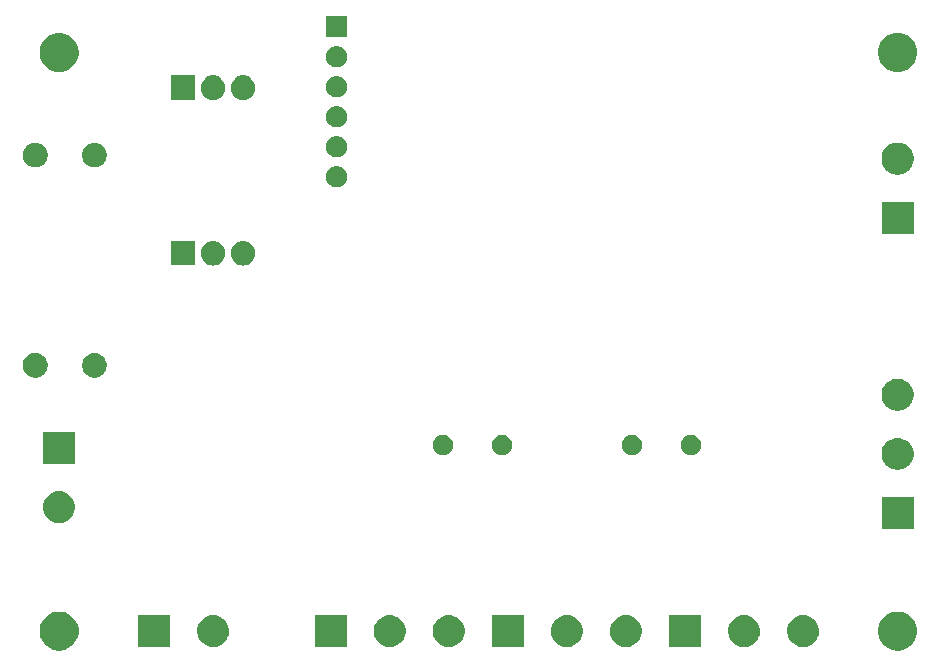
<source format=gbr>
G04 #@! TF.GenerationSoftware,KiCad,Pcbnew,(5.1.6)-1*
G04 #@! TF.CreationDate,2020-09-23T14:33:51-04:00*
G04 #@! TF.ProjectId,alarmbuddy,616c6172-6d62-4756-9464-792e6b696361,rev?*
G04 #@! TF.SameCoordinates,Original*
G04 #@! TF.FileFunction,Soldermask,Bot*
G04 #@! TF.FilePolarity,Negative*
%FSLAX46Y46*%
G04 Gerber Fmt 4.6, Leading zero omitted, Abs format (unit mm)*
G04 Created by KiCad (PCBNEW (5.1.6)-1) date 2020-09-23 14:33:51*
%MOMM*%
%LPD*%
G01*
G04 APERTURE LIST*
%ADD10C,0.100000*%
G04 APERTURE END LIST*
D10*
G36*
X101268900Y-82370346D02*
G01*
X101481521Y-82412639D01*
X101781947Y-82537080D01*
X102052324Y-82717740D01*
X102282260Y-82947676D01*
X102462920Y-83218053D01*
X102587361Y-83518479D01*
X102650800Y-83837410D01*
X102650800Y-84162590D01*
X102587361Y-84481521D01*
X102462920Y-84781947D01*
X102282260Y-85052324D01*
X102052324Y-85282260D01*
X101781947Y-85462920D01*
X101481521Y-85587361D01*
X101268900Y-85629654D01*
X101162591Y-85650800D01*
X100837409Y-85650800D01*
X100731100Y-85629654D01*
X100518479Y-85587361D01*
X100218053Y-85462920D01*
X99947676Y-85282260D01*
X99717740Y-85052324D01*
X99537080Y-84781947D01*
X99412639Y-84481521D01*
X99349200Y-84162590D01*
X99349200Y-83837410D01*
X99412639Y-83518479D01*
X99537080Y-83218053D01*
X99717740Y-82947676D01*
X99947676Y-82717740D01*
X100218053Y-82537080D01*
X100518479Y-82412639D01*
X100731100Y-82370346D01*
X100837409Y-82349200D01*
X101162591Y-82349200D01*
X101268900Y-82370346D01*
G37*
G36*
X30268900Y-82370346D02*
G01*
X30481521Y-82412639D01*
X30781947Y-82537080D01*
X31052324Y-82717740D01*
X31282260Y-82947676D01*
X31462920Y-83218053D01*
X31587361Y-83518479D01*
X31650800Y-83837410D01*
X31650800Y-84162590D01*
X31587361Y-84481521D01*
X31462920Y-84781947D01*
X31282260Y-85052324D01*
X31052324Y-85282260D01*
X30781947Y-85462920D01*
X30481521Y-85587361D01*
X30268900Y-85629654D01*
X30162591Y-85650800D01*
X29837409Y-85650800D01*
X29731100Y-85629654D01*
X29518479Y-85587361D01*
X29218053Y-85462920D01*
X28947676Y-85282260D01*
X28717740Y-85052324D01*
X28537080Y-84781947D01*
X28412639Y-84481521D01*
X28349200Y-84162590D01*
X28349200Y-83837410D01*
X28412639Y-83518479D01*
X28537080Y-83218053D01*
X28717740Y-82947676D01*
X28947676Y-82717740D01*
X29218053Y-82537080D01*
X29518479Y-82412639D01*
X29731100Y-82370346D01*
X29837409Y-82349200D01*
X30162591Y-82349200D01*
X30268900Y-82370346D01*
G37*
G36*
X43357023Y-82683807D02*
G01*
X43444014Y-82701110D01*
X43689844Y-82802937D01*
X43911085Y-82950765D01*
X44099235Y-83138915D01*
X44152113Y-83218053D01*
X44247064Y-83360158D01*
X44348890Y-83605987D01*
X44400800Y-83866956D01*
X44400800Y-84133044D01*
X44366193Y-84307023D01*
X44348890Y-84394014D01*
X44247063Y-84639844D01*
X44099235Y-84861085D01*
X43911085Y-85049235D01*
X43689844Y-85197063D01*
X43444014Y-85298890D01*
X43357023Y-85316193D01*
X43183044Y-85350800D01*
X42916956Y-85350800D01*
X42742977Y-85316193D01*
X42655986Y-85298890D01*
X42410156Y-85197063D01*
X42188915Y-85049235D01*
X42000765Y-84861085D01*
X41852937Y-84639844D01*
X41751110Y-84394014D01*
X41733807Y-84307023D01*
X41699200Y-84133044D01*
X41699200Y-83866956D01*
X41751110Y-83605987D01*
X41852936Y-83360158D01*
X41947887Y-83218053D01*
X42000765Y-83138915D01*
X42188915Y-82950765D01*
X42410156Y-82802937D01*
X42655986Y-82701110D01*
X42742977Y-82683807D01*
X42916956Y-82649200D01*
X43183044Y-82649200D01*
X43357023Y-82683807D01*
G37*
G36*
X58307023Y-82683807D02*
G01*
X58394014Y-82701110D01*
X58639844Y-82802937D01*
X58861085Y-82950765D01*
X59049235Y-83138915D01*
X59102113Y-83218053D01*
X59197064Y-83360158D01*
X59298890Y-83605987D01*
X59350800Y-83866956D01*
X59350800Y-84133044D01*
X59316193Y-84307023D01*
X59298890Y-84394014D01*
X59197063Y-84639844D01*
X59049235Y-84861085D01*
X58861085Y-85049235D01*
X58639844Y-85197063D01*
X58394014Y-85298890D01*
X58307023Y-85316193D01*
X58133044Y-85350800D01*
X57866956Y-85350800D01*
X57692977Y-85316193D01*
X57605986Y-85298890D01*
X57360156Y-85197063D01*
X57138915Y-85049235D01*
X56950765Y-84861085D01*
X56802937Y-84639844D01*
X56701110Y-84394014D01*
X56683807Y-84307023D01*
X56649200Y-84133044D01*
X56649200Y-83866956D01*
X56701110Y-83605987D01*
X56802936Y-83360158D01*
X56897887Y-83218053D01*
X56950765Y-83138915D01*
X57138915Y-82950765D01*
X57360156Y-82802937D01*
X57605986Y-82701110D01*
X57692977Y-82683807D01*
X57866956Y-82649200D01*
X58133044Y-82649200D01*
X58307023Y-82683807D01*
G37*
G36*
X63307023Y-82683807D02*
G01*
X63394014Y-82701110D01*
X63639844Y-82802937D01*
X63861085Y-82950765D01*
X64049235Y-83138915D01*
X64102113Y-83218053D01*
X64197064Y-83360158D01*
X64298890Y-83605987D01*
X64350800Y-83866956D01*
X64350800Y-84133044D01*
X64316193Y-84307023D01*
X64298890Y-84394014D01*
X64197063Y-84639844D01*
X64049235Y-84861085D01*
X63861085Y-85049235D01*
X63639844Y-85197063D01*
X63394014Y-85298890D01*
X63307023Y-85316193D01*
X63133044Y-85350800D01*
X62866956Y-85350800D01*
X62692977Y-85316193D01*
X62605986Y-85298890D01*
X62360156Y-85197063D01*
X62138915Y-85049235D01*
X61950765Y-84861085D01*
X61802937Y-84639844D01*
X61701110Y-84394014D01*
X61683807Y-84307023D01*
X61649200Y-84133044D01*
X61649200Y-83866956D01*
X61701110Y-83605987D01*
X61802936Y-83360158D01*
X61897887Y-83218053D01*
X61950765Y-83138915D01*
X62138915Y-82950765D01*
X62360156Y-82802937D01*
X62605986Y-82701110D01*
X62692977Y-82683807D01*
X62866956Y-82649200D01*
X63133044Y-82649200D01*
X63307023Y-82683807D01*
G37*
G36*
X69350800Y-85350800D02*
G01*
X66649200Y-85350800D01*
X66649200Y-82649200D01*
X69350800Y-82649200D01*
X69350800Y-85350800D01*
G37*
G36*
X73307023Y-82683807D02*
G01*
X73394014Y-82701110D01*
X73639844Y-82802937D01*
X73861085Y-82950765D01*
X74049235Y-83138915D01*
X74102113Y-83218053D01*
X74197064Y-83360158D01*
X74298890Y-83605987D01*
X74350800Y-83866956D01*
X74350800Y-84133044D01*
X74316193Y-84307023D01*
X74298890Y-84394014D01*
X74197063Y-84639844D01*
X74049235Y-84861085D01*
X73861085Y-85049235D01*
X73639844Y-85197063D01*
X73394014Y-85298890D01*
X73307023Y-85316193D01*
X73133044Y-85350800D01*
X72866956Y-85350800D01*
X72692977Y-85316193D01*
X72605986Y-85298890D01*
X72360156Y-85197063D01*
X72138915Y-85049235D01*
X71950765Y-84861085D01*
X71802937Y-84639844D01*
X71701110Y-84394014D01*
X71683807Y-84307023D01*
X71649200Y-84133044D01*
X71649200Y-83866956D01*
X71701110Y-83605987D01*
X71802936Y-83360158D01*
X71897887Y-83218053D01*
X71950765Y-83138915D01*
X72138915Y-82950765D01*
X72360156Y-82802937D01*
X72605986Y-82701110D01*
X72692977Y-82683807D01*
X72866956Y-82649200D01*
X73133044Y-82649200D01*
X73307023Y-82683807D01*
G37*
G36*
X78307023Y-82683807D02*
G01*
X78394014Y-82701110D01*
X78639844Y-82802937D01*
X78861085Y-82950765D01*
X79049235Y-83138915D01*
X79102113Y-83218053D01*
X79197064Y-83360158D01*
X79298890Y-83605987D01*
X79350800Y-83866956D01*
X79350800Y-84133044D01*
X79316193Y-84307023D01*
X79298890Y-84394014D01*
X79197063Y-84639844D01*
X79049235Y-84861085D01*
X78861085Y-85049235D01*
X78639844Y-85197063D01*
X78394014Y-85298890D01*
X78307023Y-85316193D01*
X78133044Y-85350800D01*
X77866956Y-85350800D01*
X77692977Y-85316193D01*
X77605986Y-85298890D01*
X77360156Y-85197063D01*
X77138915Y-85049235D01*
X76950765Y-84861085D01*
X76802937Y-84639844D01*
X76701110Y-84394014D01*
X76683807Y-84307023D01*
X76649200Y-84133044D01*
X76649200Y-83866956D01*
X76701110Y-83605987D01*
X76802936Y-83360158D01*
X76897887Y-83218053D01*
X76950765Y-83138915D01*
X77138915Y-82950765D01*
X77360156Y-82802937D01*
X77605986Y-82701110D01*
X77692977Y-82683807D01*
X77866956Y-82649200D01*
X78133044Y-82649200D01*
X78307023Y-82683807D01*
G37*
G36*
X84350800Y-85350800D02*
G01*
X81649200Y-85350800D01*
X81649200Y-82649200D01*
X84350800Y-82649200D01*
X84350800Y-85350800D01*
G37*
G36*
X88307023Y-82683807D02*
G01*
X88394014Y-82701110D01*
X88639844Y-82802937D01*
X88861085Y-82950765D01*
X89049235Y-83138915D01*
X89102113Y-83218053D01*
X89197064Y-83360158D01*
X89298890Y-83605987D01*
X89350800Y-83866956D01*
X89350800Y-84133044D01*
X89316193Y-84307023D01*
X89298890Y-84394014D01*
X89197063Y-84639844D01*
X89049235Y-84861085D01*
X88861085Y-85049235D01*
X88639844Y-85197063D01*
X88394014Y-85298890D01*
X88307023Y-85316193D01*
X88133044Y-85350800D01*
X87866956Y-85350800D01*
X87692977Y-85316193D01*
X87605986Y-85298890D01*
X87360156Y-85197063D01*
X87138915Y-85049235D01*
X86950765Y-84861085D01*
X86802937Y-84639844D01*
X86701110Y-84394014D01*
X86683807Y-84307023D01*
X86649200Y-84133044D01*
X86649200Y-83866956D01*
X86701110Y-83605987D01*
X86802936Y-83360158D01*
X86897887Y-83218053D01*
X86950765Y-83138915D01*
X87138915Y-82950765D01*
X87360156Y-82802937D01*
X87605986Y-82701110D01*
X87692977Y-82683807D01*
X87866956Y-82649200D01*
X88133044Y-82649200D01*
X88307023Y-82683807D01*
G37*
G36*
X93307023Y-82683807D02*
G01*
X93394014Y-82701110D01*
X93639844Y-82802937D01*
X93861085Y-82950765D01*
X94049235Y-83138915D01*
X94102113Y-83218053D01*
X94197064Y-83360158D01*
X94298890Y-83605987D01*
X94350800Y-83866956D01*
X94350800Y-84133044D01*
X94316193Y-84307023D01*
X94298890Y-84394014D01*
X94197063Y-84639844D01*
X94049235Y-84861085D01*
X93861085Y-85049235D01*
X93639844Y-85197063D01*
X93394014Y-85298890D01*
X93307023Y-85316193D01*
X93133044Y-85350800D01*
X92866956Y-85350800D01*
X92692977Y-85316193D01*
X92605986Y-85298890D01*
X92360156Y-85197063D01*
X92138915Y-85049235D01*
X91950765Y-84861085D01*
X91802937Y-84639844D01*
X91701110Y-84394014D01*
X91683807Y-84307023D01*
X91649200Y-84133044D01*
X91649200Y-83866956D01*
X91701110Y-83605987D01*
X91802936Y-83360158D01*
X91897887Y-83218053D01*
X91950765Y-83138915D01*
X92138915Y-82950765D01*
X92360156Y-82802937D01*
X92605986Y-82701110D01*
X92692977Y-82683807D01*
X92866956Y-82649200D01*
X93133044Y-82649200D01*
X93307023Y-82683807D01*
G37*
G36*
X39400800Y-85350800D02*
G01*
X36699200Y-85350800D01*
X36699200Y-82649200D01*
X39400800Y-82649200D01*
X39400800Y-85350800D01*
G37*
G36*
X54350800Y-85350800D02*
G01*
X51649200Y-85350800D01*
X51649200Y-82649200D01*
X54350800Y-82649200D01*
X54350800Y-85350800D01*
G37*
G36*
X102350800Y-75350800D02*
G01*
X99649200Y-75350800D01*
X99649200Y-72649200D01*
X102350800Y-72649200D01*
X102350800Y-75350800D01*
G37*
G36*
X30307023Y-72183807D02*
G01*
X30394014Y-72201110D01*
X30639844Y-72302937D01*
X30861085Y-72450765D01*
X31049235Y-72638915D01*
X31197063Y-72860156D01*
X31298890Y-73105986D01*
X31350800Y-73366958D01*
X31350800Y-73633042D01*
X31298890Y-73894014D01*
X31197063Y-74139844D01*
X31049235Y-74361085D01*
X30861085Y-74549235D01*
X30639844Y-74697063D01*
X30394014Y-74798890D01*
X30307023Y-74816193D01*
X30133044Y-74850800D01*
X29866956Y-74850800D01*
X29692977Y-74816193D01*
X29605986Y-74798890D01*
X29360156Y-74697063D01*
X29138915Y-74549235D01*
X28950765Y-74361085D01*
X28802937Y-74139844D01*
X28701110Y-73894014D01*
X28649200Y-73633042D01*
X28649200Y-73366958D01*
X28701110Y-73105986D01*
X28802937Y-72860156D01*
X28950765Y-72638915D01*
X29138915Y-72450765D01*
X29360156Y-72302937D01*
X29605986Y-72201110D01*
X29692977Y-72183807D01*
X29866956Y-72149200D01*
X30133044Y-72149200D01*
X30307023Y-72183807D01*
G37*
G36*
X101307023Y-67683807D02*
G01*
X101394014Y-67701110D01*
X101639844Y-67802937D01*
X101861085Y-67950765D01*
X102049235Y-68138915D01*
X102197063Y-68360156D01*
X102298890Y-68605986D01*
X102350800Y-68866958D01*
X102350800Y-69133042D01*
X102298890Y-69394014D01*
X102197063Y-69639844D01*
X102049235Y-69861085D01*
X101861085Y-70049235D01*
X101639844Y-70197063D01*
X101394014Y-70298890D01*
X101307023Y-70316193D01*
X101133044Y-70350800D01*
X100866956Y-70350800D01*
X100692977Y-70316193D01*
X100605986Y-70298890D01*
X100360156Y-70197063D01*
X100138915Y-70049235D01*
X99950765Y-69861085D01*
X99802937Y-69639844D01*
X99701110Y-69394014D01*
X99649200Y-69133042D01*
X99649200Y-68866958D01*
X99701110Y-68605986D01*
X99802937Y-68360156D01*
X99950765Y-68138915D01*
X100138915Y-67950765D01*
X100360156Y-67802937D01*
X100605986Y-67701110D01*
X100692977Y-67683807D01*
X100866956Y-67649200D01*
X101133044Y-67649200D01*
X101307023Y-67683807D01*
G37*
G36*
X31350800Y-69850800D02*
G01*
X28649200Y-69850800D01*
X28649200Y-67149200D01*
X31350800Y-67149200D01*
X31350800Y-69850800D01*
G37*
G36*
X83748169Y-67431895D02*
G01*
X83903005Y-67496031D01*
X84042354Y-67589140D01*
X84160860Y-67707646D01*
X84253969Y-67846995D01*
X84318105Y-68001831D01*
X84350800Y-68166203D01*
X84350800Y-68333797D01*
X84318105Y-68498169D01*
X84253969Y-68653005D01*
X84160860Y-68792354D01*
X84042354Y-68910860D01*
X83903005Y-69003969D01*
X83748169Y-69068105D01*
X83583797Y-69100800D01*
X83416203Y-69100800D01*
X83251831Y-69068105D01*
X83096995Y-69003969D01*
X82957646Y-68910860D01*
X82839140Y-68792354D01*
X82746031Y-68653005D01*
X82681895Y-68498169D01*
X82649200Y-68333797D01*
X82649200Y-68166203D01*
X82681895Y-68001831D01*
X82746031Y-67846995D01*
X82839140Y-67707646D01*
X82957646Y-67589140D01*
X83096995Y-67496031D01*
X83251831Y-67431895D01*
X83416203Y-67399200D01*
X83583797Y-67399200D01*
X83748169Y-67431895D01*
G37*
G36*
X78748169Y-67431895D02*
G01*
X78903005Y-67496031D01*
X79042354Y-67589140D01*
X79160860Y-67707646D01*
X79253969Y-67846995D01*
X79318105Y-68001831D01*
X79350800Y-68166203D01*
X79350800Y-68333797D01*
X79318105Y-68498169D01*
X79253969Y-68653005D01*
X79160860Y-68792354D01*
X79042354Y-68910860D01*
X78903005Y-69003969D01*
X78748169Y-69068105D01*
X78583797Y-69100800D01*
X78416203Y-69100800D01*
X78251831Y-69068105D01*
X78096995Y-69003969D01*
X77957646Y-68910860D01*
X77839140Y-68792354D01*
X77746031Y-68653005D01*
X77681895Y-68498169D01*
X77649200Y-68333797D01*
X77649200Y-68166203D01*
X77681895Y-68001831D01*
X77746031Y-67846995D01*
X77839140Y-67707646D01*
X77957646Y-67589140D01*
X78096995Y-67496031D01*
X78251831Y-67431895D01*
X78416203Y-67399200D01*
X78583797Y-67399200D01*
X78748169Y-67431895D01*
G37*
G36*
X67748169Y-67431895D02*
G01*
X67903005Y-67496031D01*
X68042354Y-67589140D01*
X68160860Y-67707646D01*
X68253969Y-67846995D01*
X68318105Y-68001831D01*
X68350800Y-68166203D01*
X68350800Y-68333797D01*
X68318105Y-68498169D01*
X68253969Y-68653005D01*
X68160860Y-68792354D01*
X68042354Y-68910860D01*
X67903005Y-69003969D01*
X67748169Y-69068105D01*
X67583797Y-69100800D01*
X67416203Y-69100800D01*
X67251831Y-69068105D01*
X67096995Y-69003969D01*
X66957646Y-68910860D01*
X66839140Y-68792354D01*
X66746031Y-68653005D01*
X66681895Y-68498169D01*
X66649200Y-68333797D01*
X66649200Y-68166203D01*
X66681895Y-68001831D01*
X66746031Y-67846995D01*
X66839140Y-67707646D01*
X66957646Y-67589140D01*
X67096995Y-67496031D01*
X67251831Y-67431895D01*
X67416203Y-67399200D01*
X67583797Y-67399200D01*
X67748169Y-67431895D01*
G37*
G36*
X62748169Y-67431895D02*
G01*
X62903005Y-67496031D01*
X63042354Y-67589140D01*
X63160860Y-67707646D01*
X63253969Y-67846995D01*
X63318105Y-68001831D01*
X63350800Y-68166203D01*
X63350800Y-68333797D01*
X63318105Y-68498169D01*
X63253969Y-68653005D01*
X63160860Y-68792354D01*
X63042354Y-68910860D01*
X62903005Y-69003969D01*
X62748169Y-69068105D01*
X62583797Y-69100800D01*
X62416203Y-69100800D01*
X62251831Y-69068105D01*
X62096995Y-69003969D01*
X61957646Y-68910860D01*
X61839140Y-68792354D01*
X61746031Y-68653005D01*
X61681895Y-68498169D01*
X61649200Y-68333797D01*
X61649200Y-68166203D01*
X61681895Y-68001831D01*
X61746031Y-67846995D01*
X61839140Y-67707646D01*
X61957646Y-67589140D01*
X62096995Y-67496031D01*
X62251831Y-67431895D01*
X62416203Y-67399200D01*
X62583797Y-67399200D01*
X62748169Y-67431895D01*
G37*
G36*
X101307023Y-62683807D02*
G01*
X101394014Y-62701110D01*
X101639844Y-62802937D01*
X101861085Y-62950765D01*
X102049235Y-63138915D01*
X102197063Y-63360156D01*
X102298890Y-63605986D01*
X102350800Y-63866958D01*
X102350800Y-64133042D01*
X102298890Y-64394014D01*
X102197063Y-64639844D01*
X102049235Y-64861085D01*
X101861085Y-65049235D01*
X101639844Y-65197063D01*
X101394014Y-65298890D01*
X101307023Y-65316193D01*
X101133044Y-65350800D01*
X100866956Y-65350800D01*
X100692977Y-65316193D01*
X100605986Y-65298890D01*
X100360156Y-65197063D01*
X100138915Y-65049235D01*
X99950765Y-64861085D01*
X99802937Y-64639844D01*
X99701110Y-64394014D01*
X99649200Y-64133042D01*
X99649200Y-63866958D01*
X99701110Y-63605986D01*
X99802937Y-63360156D01*
X99950765Y-63138915D01*
X100138915Y-62950765D01*
X100360156Y-62802937D01*
X100605986Y-62701110D01*
X100692977Y-62683807D01*
X100866956Y-62649200D01*
X101133044Y-62649200D01*
X101307023Y-62683807D01*
G37*
G36*
X28306506Y-60489581D02*
G01*
X28418528Y-60535982D01*
X28497740Y-60568793D01*
X28669846Y-60683791D01*
X28816209Y-60830154D01*
X28931207Y-61002260D01*
X28931207Y-61002261D01*
X29010419Y-61193494D01*
X29050800Y-61396504D01*
X29050800Y-61603496D01*
X29010419Y-61806506D01*
X28964018Y-61918528D01*
X28931207Y-61997740D01*
X28816209Y-62169846D01*
X28669846Y-62316209D01*
X28497740Y-62431207D01*
X28418528Y-62464018D01*
X28306506Y-62510419D01*
X28103496Y-62550800D01*
X27896504Y-62550800D01*
X27693494Y-62510419D01*
X27581472Y-62464018D01*
X27502260Y-62431207D01*
X27330154Y-62316209D01*
X27183791Y-62169846D01*
X27068793Y-61997740D01*
X27035982Y-61918528D01*
X26989581Y-61806506D01*
X26949200Y-61603496D01*
X26949200Y-61396504D01*
X26989581Y-61193494D01*
X27068793Y-61002261D01*
X27068793Y-61002260D01*
X27183791Y-60830154D01*
X27330154Y-60683791D01*
X27502260Y-60568793D01*
X27581472Y-60535982D01*
X27693494Y-60489581D01*
X27896504Y-60449200D01*
X28103496Y-60449200D01*
X28306506Y-60489581D01*
G37*
G36*
X33306506Y-60489581D02*
G01*
X33418528Y-60535982D01*
X33497740Y-60568793D01*
X33669846Y-60683791D01*
X33816209Y-60830154D01*
X33931207Y-61002260D01*
X33931207Y-61002261D01*
X34010419Y-61193494D01*
X34050800Y-61396504D01*
X34050800Y-61603496D01*
X34010419Y-61806506D01*
X33964018Y-61918528D01*
X33931207Y-61997740D01*
X33816209Y-62169846D01*
X33669846Y-62316209D01*
X33497740Y-62431207D01*
X33418528Y-62464018D01*
X33306506Y-62510419D01*
X33103496Y-62550800D01*
X32896504Y-62550800D01*
X32693494Y-62510419D01*
X32581472Y-62464018D01*
X32502260Y-62431207D01*
X32330154Y-62316209D01*
X32183791Y-62169846D01*
X32068793Y-61997740D01*
X32035982Y-61918528D01*
X31989581Y-61806506D01*
X31949200Y-61603496D01*
X31949200Y-61396504D01*
X31989581Y-61193494D01*
X32068793Y-61002261D01*
X32068793Y-61002260D01*
X32183791Y-60830154D01*
X32330154Y-60683791D01*
X32502260Y-60568793D01*
X32581472Y-60535982D01*
X32693494Y-60489581D01*
X32896504Y-60449200D01*
X33103496Y-60449200D01*
X33306506Y-60489581D01*
G37*
G36*
X45776680Y-50963717D02*
G01*
X45965803Y-51021087D01*
X45965805Y-51021088D01*
X46140099Y-51114250D01*
X46140101Y-51114251D01*
X46140100Y-51114251D01*
X46292873Y-51239627D01*
X46418249Y-51392400D01*
X46511413Y-51566696D01*
X46568783Y-51755819D01*
X46583300Y-51903216D01*
X46583300Y-52096783D01*
X46568783Y-52244180D01*
X46511413Y-52433303D01*
X46511412Y-52433305D01*
X46418250Y-52607599D01*
X46292873Y-52760373D01*
X46140099Y-52885750D01*
X45965806Y-52978912D01*
X45965804Y-52978913D01*
X45776681Y-53036283D01*
X45580000Y-53055654D01*
X45383320Y-53036283D01*
X45194197Y-52978913D01*
X45019900Y-52885749D01*
X44867127Y-52760373D01*
X44741751Y-52607600D01*
X44648587Y-52433304D01*
X44591217Y-52244181D01*
X44576700Y-52096784D01*
X44576700Y-51903217D01*
X44591217Y-51755820D01*
X44648587Y-51566697D01*
X44741751Y-51392400D01*
X44867127Y-51239627D01*
X45019900Y-51114251D01*
X45019899Y-51114251D01*
X45019901Y-51114250D01*
X45194194Y-51021088D01*
X45194196Y-51021087D01*
X45383319Y-50963717D01*
X45580000Y-50944346D01*
X45776680Y-50963717D01*
G37*
G36*
X43236680Y-50963717D02*
G01*
X43425803Y-51021087D01*
X43425805Y-51021088D01*
X43600099Y-51114250D01*
X43600101Y-51114251D01*
X43600100Y-51114251D01*
X43752873Y-51239627D01*
X43878249Y-51392400D01*
X43971413Y-51566696D01*
X44028783Y-51755819D01*
X44043300Y-51903216D01*
X44043300Y-52096783D01*
X44028783Y-52244180D01*
X43971413Y-52433303D01*
X43971412Y-52433305D01*
X43878250Y-52607599D01*
X43752873Y-52760373D01*
X43600099Y-52885750D01*
X43425806Y-52978912D01*
X43425804Y-52978913D01*
X43236681Y-53036283D01*
X43040000Y-53055654D01*
X42843320Y-53036283D01*
X42654197Y-52978913D01*
X42479900Y-52885749D01*
X42327127Y-52760373D01*
X42201751Y-52607600D01*
X42108587Y-52433304D01*
X42051217Y-52244181D01*
X42036700Y-52096784D01*
X42036700Y-51903217D01*
X42051217Y-51755820D01*
X42108587Y-51566697D01*
X42201751Y-51392400D01*
X42327127Y-51239627D01*
X42479900Y-51114251D01*
X42479899Y-51114251D01*
X42479901Y-51114250D01*
X42654194Y-51021088D01*
X42654196Y-51021087D01*
X42843319Y-50963717D01*
X43040000Y-50944346D01*
X43236680Y-50963717D01*
G37*
G36*
X41503300Y-53050800D02*
G01*
X39496700Y-53050800D01*
X39496700Y-50949200D01*
X41503300Y-50949200D01*
X41503300Y-53050800D01*
G37*
G36*
X102350800Y-50350800D02*
G01*
X99649200Y-50350800D01*
X99649200Y-47649200D01*
X102350800Y-47649200D01*
X102350800Y-50350800D01*
G37*
G36*
X53646732Y-44650739D02*
G01*
X53762754Y-44673817D01*
X53926689Y-44741721D01*
X54074227Y-44840303D01*
X54199697Y-44965773D01*
X54298279Y-45113311D01*
X54366183Y-45277246D01*
X54400800Y-45451279D01*
X54400800Y-45628721D01*
X54366183Y-45802754D01*
X54298279Y-45966689D01*
X54199697Y-46114227D01*
X54074227Y-46239697D01*
X53926689Y-46338279D01*
X53762754Y-46406183D01*
X53646732Y-46429261D01*
X53588722Y-46440800D01*
X53411278Y-46440800D01*
X53353268Y-46429261D01*
X53237246Y-46406183D01*
X53073311Y-46338279D01*
X52925773Y-46239697D01*
X52800303Y-46114227D01*
X52701721Y-45966689D01*
X52633817Y-45802754D01*
X52599200Y-45628721D01*
X52599200Y-45451279D01*
X52633817Y-45277246D01*
X52701721Y-45113311D01*
X52800303Y-44965773D01*
X52925773Y-44840303D01*
X53073311Y-44741721D01*
X53237246Y-44673817D01*
X53353268Y-44650739D01*
X53411278Y-44639200D01*
X53588722Y-44639200D01*
X53646732Y-44650739D01*
G37*
G36*
X101307023Y-42683807D02*
G01*
X101394014Y-42701110D01*
X101639844Y-42802937D01*
X101861085Y-42950765D01*
X102049235Y-43138915D01*
X102197063Y-43360156D01*
X102298890Y-43605986D01*
X102350800Y-43866958D01*
X102350800Y-44133042D01*
X102298890Y-44394014D01*
X102197063Y-44639844D01*
X102049235Y-44861085D01*
X101861085Y-45049235D01*
X101639844Y-45197063D01*
X101394014Y-45298890D01*
X101307023Y-45316193D01*
X101133044Y-45350800D01*
X100866956Y-45350800D01*
X100692977Y-45316193D01*
X100605986Y-45298890D01*
X100360156Y-45197063D01*
X100138915Y-45049235D01*
X99950765Y-44861085D01*
X99802937Y-44639844D01*
X99701110Y-44394014D01*
X99649200Y-44133042D01*
X99649200Y-43866958D01*
X99701110Y-43605986D01*
X99802937Y-43360156D01*
X99950765Y-43138915D01*
X100138915Y-42950765D01*
X100360156Y-42802937D01*
X100605986Y-42701110D01*
X100692977Y-42683807D01*
X100866956Y-42649200D01*
X101133044Y-42649200D01*
X101307023Y-42683807D01*
G37*
G36*
X33306506Y-42689581D02*
G01*
X33418528Y-42735982D01*
X33497740Y-42768793D01*
X33669846Y-42883791D01*
X33816209Y-43030154D01*
X33931207Y-43202260D01*
X33956264Y-43262754D01*
X34010419Y-43393494D01*
X34050800Y-43596504D01*
X34050800Y-43803496D01*
X34010419Y-44006506D01*
X33964018Y-44118528D01*
X33931207Y-44197740D01*
X33816209Y-44369846D01*
X33669846Y-44516209D01*
X33497740Y-44631207D01*
X33476888Y-44639844D01*
X33306506Y-44710419D01*
X33103496Y-44750800D01*
X32896504Y-44750800D01*
X32693494Y-44710419D01*
X32523112Y-44639844D01*
X32502260Y-44631207D01*
X32330154Y-44516209D01*
X32183791Y-44369846D01*
X32068793Y-44197740D01*
X32035982Y-44118528D01*
X31989581Y-44006506D01*
X31949200Y-43803496D01*
X31949200Y-43596504D01*
X31989581Y-43393494D01*
X32043736Y-43262754D01*
X32068793Y-43202260D01*
X32183791Y-43030154D01*
X32330154Y-42883791D01*
X32502260Y-42768793D01*
X32581472Y-42735982D01*
X32693494Y-42689581D01*
X32896504Y-42649200D01*
X33103496Y-42649200D01*
X33306506Y-42689581D01*
G37*
G36*
X28306506Y-42689581D02*
G01*
X28418528Y-42735982D01*
X28497740Y-42768793D01*
X28669846Y-42883791D01*
X28816209Y-43030154D01*
X28931207Y-43202260D01*
X28956264Y-43262754D01*
X29010419Y-43393494D01*
X29050800Y-43596504D01*
X29050800Y-43803496D01*
X29010419Y-44006506D01*
X28964018Y-44118528D01*
X28931207Y-44197740D01*
X28816209Y-44369846D01*
X28669846Y-44516209D01*
X28497740Y-44631207D01*
X28476888Y-44639844D01*
X28306506Y-44710419D01*
X28103496Y-44750800D01*
X27896504Y-44750800D01*
X27693494Y-44710419D01*
X27523112Y-44639844D01*
X27502260Y-44631207D01*
X27330154Y-44516209D01*
X27183791Y-44369846D01*
X27068793Y-44197740D01*
X27035982Y-44118528D01*
X26989581Y-44006506D01*
X26949200Y-43803496D01*
X26949200Y-43596504D01*
X26989581Y-43393494D01*
X27043736Y-43262754D01*
X27068793Y-43202260D01*
X27183791Y-43030154D01*
X27330154Y-42883791D01*
X27502260Y-42768793D01*
X27581472Y-42735982D01*
X27693494Y-42689581D01*
X27896504Y-42649200D01*
X28103496Y-42649200D01*
X28306506Y-42689581D01*
G37*
G36*
X53646732Y-42110739D02*
G01*
X53762754Y-42133817D01*
X53926689Y-42201721D01*
X54074227Y-42300303D01*
X54199697Y-42425773D01*
X54298279Y-42573311D01*
X54366183Y-42737246D01*
X54400800Y-42911279D01*
X54400800Y-43088721D01*
X54366183Y-43262754D01*
X54298279Y-43426689D01*
X54199697Y-43574227D01*
X54074227Y-43699697D01*
X53926689Y-43798279D01*
X53762754Y-43866183D01*
X53646732Y-43889261D01*
X53588722Y-43900800D01*
X53411278Y-43900800D01*
X53353268Y-43889261D01*
X53237246Y-43866183D01*
X53073311Y-43798279D01*
X52925773Y-43699697D01*
X52800303Y-43574227D01*
X52701721Y-43426689D01*
X52633817Y-43262754D01*
X52599200Y-43088721D01*
X52599200Y-42911279D01*
X52633817Y-42737246D01*
X52701721Y-42573311D01*
X52800303Y-42425773D01*
X52925773Y-42300303D01*
X53073311Y-42201721D01*
X53237246Y-42133817D01*
X53353268Y-42110739D01*
X53411278Y-42099200D01*
X53588722Y-42099200D01*
X53646732Y-42110739D01*
G37*
G36*
X53646732Y-39570739D02*
G01*
X53762754Y-39593817D01*
X53926689Y-39661721D01*
X54074227Y-39760303D01*
X54199697Y-39885773D01*
X54298279Y-40033311D01*
X54366183Y-40197246D01*
X54400800Y-40371279D01*
X54400800Y-40548721D01*
X54366183Y-40722754D01*
X54298279Y-40886689D01*
X54199697Y-41034227D01*
X54074227Y-41159697D01*
X53926689Y-41258279D01*
X53762754Y-41326183D01*
X53646732Y-41349261D01*
X53588722Y-41360800D01*
X53411278Y-41360800D01*
X53353268Y-41349261D01*
X53237246Y-41326183D01*
X53073311Y-41258279D01*
X52925773Y-41159697D01*
X52800303Y-41034227D01*
X52701721Y-40886689D01*
X52633817Y-40722754D01*
X52599200Y-40548721D01*
X52599200Y-40371279D01*
X52633817Y-40197246D01*
X52701721Y-40033311D01*
X52800303Y-39885773D01*
X52925773Y-39760303D01*
X53073311Y-39661721D01*
X53237246Y-39593817D01*
X53353268Y-39570739D01*
X53411278Y-39559200D01*
X53588722Y-39559200D01*
X53646732Y-39570739D01*
G37*
G36*
X43236680Y-36963717D02*
G01*
X43425803Y-37021087D01*
X43425805Y-37021088D01*
X43600099Y-37114250D01*
X43729326Y-37220303D01*
X43752873Y-37239627D01*
X43878249Y-37392400D01*
X43971413Y-37566696D01*
X44028783Y-37755819D01*
X44043300Y-37903216D01*
X44043300Y-38096783D01*
X44028783Y-38244180D01*
X43997687Y-38346689D01*
X43971412Y-38433305D01*
X43878250Y-38607599D01*
X43752873Y-38760373D01*
X43600099Y-38885750D01*
X43425806Y-38978912D01*
X43425804Y-38978913D01*
X43236681Y-39036283D01*
X43040000Y-39055654D01*
X42843320Y-39036283D01*
X42654197Y-38978913D01*
X42479900Y-38885749D01*
X42327127Y-38760373D01*
X42292582Y-38718279D01*
X42201750Y-38607599D01*
X42108588Y-38433306D01*
X42082312Y-38346687D01*
X42051217Y-38244181D01*
X42036700Y-38096784D01*
X42036700Y-37903217D01*
X42051217Y-37755820D01*
X42108587Y-37566697D01*
X42108589Y-37566694D01*
X42201750Y-37392401D01*
X42327127Y-37239627D01*
X42479901Y-37114250D01*
X42654194Y-37021088D01*
X42654196Y-37021087D01*
X42843319Y-36963717D01*
X43040000Y-36944346D01*
X43236680Y-36963717D01*
G37*
G36*
X45776680Y-36963717D02*
G01*
X45965803Y-37021087D01*
X45965805Y-37021088D01*
X46140099Y-37114250D01*
X46269326Y-37220303D01*
X46292873Y-37239627D01*
X46418249Y-37392400D01*
X46511413Y-37566696D01*
X46568783Y-37755819D01*
X46583300Y-37903216D01*
X46583300Y-38096783D01*
X46568783Y-38244180D01*
X46537687Y-38346689D01*
X46511412Y-38433305D01*
X46418250Y-38607599D01*
X46292873Y-38760373D01*
X46140099Y-38885750D01*
X45965806Y-38978912D01*
X45965804Y-38978913D01*
X45776681Y-39036283D01*
X45580000Y-39055654D01*
X45383320Y-39036283D01*
X45194197Y-38978913D01*
X45019900Y-38885749D01*
X44867127Y-38760373D01*
X44832582Y-38718279D01*
X44741750Y-38607599D01*
X44648588Y-38433306D01*
X44622312Y-38346687D01*
X44591217Y-38244181D01*
X44576700Y-38096784D01*
X44576700Y-37903217D01*
X44591217Y-37755820D01*
X44648587Y-37566697D01*
X44648589Y-37566694D01*
X44741750Y-37392401D01*
X44867127Y-37239627D01*
X45019901Y-37114250D01*
X45194194Y-37021088D01*
X45194196Y-37021087D01*
X45383319Y-36963717D01*
X45580000Y-36944346D01*
X45776680Y-36963717D01*
G37*
G36*
X41503300Y-39050800D02*
G01*
X39496700Y-39050800D01*
X39496700Y-36949200D01*
X41503300Y-36949200D01*
X41503300Y-39050800D01*
G37*
G36*
X53646732Y-37030739D02*
G01*
X53762754Y-37053817D01*
X53926689Y-37121721D01*
X54074227Y-37220303D01*
X54199697Y-37345773D01*
X54298279Y-37493311D01*
X54366183Y-37657246D01*
X54400800Y-37831279D01*
X54400800Y-38008721D01*
X54366183Y-38182754D01*
X54298279Y-38346689D01*
X54199697Y-38494227D01*
X54074227Y-38619697D01*
X53926689Y-38718279D01*
X53762754Y-38786183D01*
X53646732Y-38809261D01*
X53588722Y-38820800D01*
X53411278Y-38820800D01*
X53353268Y-38809261D01*
X53237246Y-38786183D01*
X53073311Y-38718279D01*
X52925773Y-38619697D01*
X52800303Y-38494227D01*
X52701721Y-38346689D01*
X52633817Y-38182754D01*
X52599200Y-38008721D01*
X52599200Y-37831279D01*
X52633817Y-37657246D01*
X52701721Y-37493311D01*
X52800303Y-37345773D01*
X52925773Y-37220303D01*
X53073311Y-37121721D01*
X53237246Y-37053817D01*
X53353268Y-37030739D01*
X53411278Y-37019200D01*
X53588722Y-37019200D01*
X53646732Y-37030739D01*
G37*
G36*
X101268900Y-33370346D02*
G01*
X101481521Y-33412639D01*
X101781947Y-33537080D01*
X102052324Y-33717740D01*
X102282260Y-33947676D01*
X102462920Y-34218053D01*
X102587361Y-34518479D01*
X102619550Y-34680303D01*
X102644508Y-34805775D01*
X102650800Y-34837410D01*
X102650800Y-35162590D01*
X102587361Y-35481521D01*
X102462920Y-35781947D01*
X102282260Y-36052324D01*
X102052324Y-36282260D01*
X101781947Y-36462920D01*
X101481521Y-36587361D01*
X101268900Y-36629654D01*
X101162591Y-36650800D01*
X100837409Y-36650800D01*
X100731100Y-36629654D01*
X100518479Y-36587361D01*
X100218053Y-36462920D01*
X99947676Y-36282260D01*
X99717740Y-36052324D01*
X99537080Y-35781947D01*
X99412639Y-35481521D01*
X99349200Y-35162590D01*
X99349200Y-34837410D01*
X99355493Y-34805775D01*
X99380450Y-34680303D01*
X99412639Y-34518479D01*
X99537080Y-34218053D01*
X99717740Y-33947676D01*
X99947676Y-33717740D01*
X100218053Y-33537080D01*
X100518479Y-33412639D01*
X100731100Y-33370346D01*
X100837409Y-33349200D01*
X101162591Y-33349200D01*
X101268900Y-33370346D01*
G37*
G36*
X30268900Y-33370346D02*
G01*
X30481521Y-33412639D01*
X30781947Y-33537080D01*
X31052324Y-33717740D01*
X31282260Y-33947676D01*
X31462920Y-34218053D01*
X31587361Y-34518479D01*
X31619550Y-34680303D01*
X31644508Y-34805775D01*
X31650800Y-34837410D01*
X31650800Y-35162590D01*
X31587361Y-35481521D01*
X31462920Y-35781947D01*
X31282260Y-36052324D01*
X31052324Y-36282260D01*
X30781947Y-36462920D01*
X30481521Y-36587361D01*
X30268900Y-36629654D01*
X30162591Y-36650800D01*
X29837409Y-36650800D01*
X29731100Y-36629654D01*
X29518479Y-36587361D01*
X29218053Y-36462920D01*
X28947676Y-36282260D01*
X28717740Y-36052324D01*
X28537080Y-35781947D01*
X28412639Y-35481521D01*
X28349200Y-35162590D01*
X28349200Y-34837410D01*
X28355493Y-34805775D01*
X28380450Y-34680303D01*
X28412639Y-34518479D01*
X28537080Y-34218053D01*
X28717740Y-33947676D01*
X28947676Y-33717740D01*
X29218053Y-33537080D01*
X29518479Y-33412639D01*
X29731100Y-33370346D01*
X29837409Y-33349200D01*
X30162591Y-33349200D01*
X30268900Y-33370346D01*
G37*
G36*
X53646732Y-34490739D02*
G01*
X53762754Y-34513817D01*
X53926689Y-34581721D01*
X54074227Y-34680303D01*
X54199697Y-34805773D01*
X54298279Y-34953311D01*
X54366183Y-35117246D01*
X54400800Y-35291279D01*
X54400800Y-35468721D01*
X54366183Y-35642754D01*
X54298279Y-35806689D01*
X54199697Y-35954227D01*
X54074227Y-36079697D01*
X53926689Y-36178279D01*
X53762754Y-36246183D01*
X53646732Y-36269261D01*
X53588722Y-36280800D01*
X53411278Y-36280800D01*
X53353268Y-36269261D01*
X53237246Y-36246183D01*
X53073311Y-36178279D01*
X52925773Y-36079697D01*
X52800303Y-35954227D01*
X52701721Y-35806689D01*
X52633817Y-35642754D01*
X52599200Y-35468721D01*
X52599200Y-35291279D01*
X52633817Y-35117246D01*
X52701721Y-34953311D01*
X52800303Y-34805773D01*
X52925773Y-34680303D01*
X53073311Y-34581721D01*
X53237246Y-34513817D01*
X53353268Y-34490739D01*
X53411278Y-34479200D01*
X53588722Y-34479200D01*
X53646732Y-34490739D01*
G37*
G36*
X54400800Y-33740800D02*
G01*
X52599200Y-33740800D01*
X52599200Y-31939200D01*
X54400800Y-31939200D01*
X54400800Y-33740800D01*
G37*
M02*

</source>
